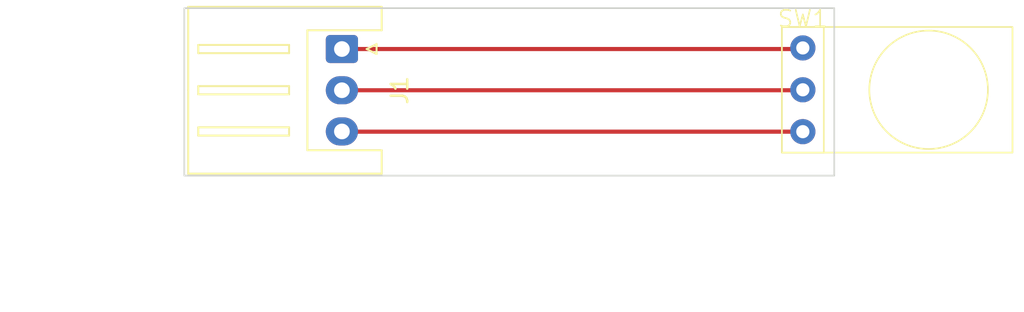
<source format=kicad_pcb>
(kicad_pcb (version 20221018) (generator pcbnew)
  (layers (0 "F.Cu" signal) (31 "B.Cu" signal) (34 "B.Paste" user) (35 "F.Paste" user) (36 "B.SilkS" user "B.Silkscreen") (37 "F.SilkS" user "F.Silkscreen") (38 "B.Mask" user) (39 "F.Mask" user) (44 "Edge.Cuts" user))
  (net 0 "")
  (net 1 "Net-(J1-Pin_1)")
  (net 2 "Net-(J1-Pin_2)")
  (net 3 "Net-(J1-Pin_3)")
  (footprint "ハンドル基板:TTP223" (layer "F.Cu") (at 60.325 46.863)
    (fp_text reference "SW1" (at 0 -0.5 unlocked) (layer "F.SilkS") (effects (font (thickness 0.1))))
    (fp_text value "~")
    (fp_rect (start -1.27 0) (end 1.27 7.62) (stroke (width 0.1)) (fill none) (layer "F.SilkS"))
    (fp_rect (start -1.27 0) (end 12.7 7.62) (stroke (width 0.1)) (fill none) (layer "F.SilkS"))
    (fp_circle (center 7.62 3.81) (end 10.16 6.35) (stroke (width 0.1)) (fill none) (layer "F.SilkS"))
    (pad "1" thru_hole circle (at 0 1.27) (size 1.524 1.524) (drill 0.8) (layers "*.Cu" "*.Mask") (net 1 "Net-(J1-Pin_1)"))
    (pad "2" thru_hole circle (at 0 3.81) (size 1.524 1.524) (drill 0.8) (layers "*.Cu" "*.Mask") (net 2 "Net-(J1-Pin_2)"))
    (pad "3" thru_hole circle (at 0 6.35) (size 1.524 1.524) (drill 0.8) (layers "*.Cu" "*.Mask") (net 3 "Net-(J1-Pin_3)"))
  )
  (footprint "Connector_JST:JST_XH_S3B-XH-A_1x03_P2.50mm_Horizontal" (layer "F.Cu") (at 32.406 48.2 -90)
    (fp_text reference "J1" (at 2.5 -3.5 90) (layer "F.SilkS"))
    (fp_text value "Conn_01x03")
    (fp_line (start -2.56 -2.41) (end -1.14 -2.41) (stroke (width 0.12)) (layer "F.SilkS"))
    (fp_line (start -2.56 9.31) (end -2.56 -2.41) (stroke (width 0.12)) (layer "F.SilkS"))
    (fp_line (start -1.14 -2.41) (end -1.14 2.09) (stroke (width 0.12)) (layer "F.SilkS"))
    (fp_line (start -1.14 2.09) (end 2.5 2.09) (stroke (width 0.12)) (layer "F.SilkS"))
    (fp_line (start -0.3 -2.1) (end 0.3 -2.1) (stroke (width 0.12)) (layer "F.SilkS"))
    (fp_line (start -0.25 3.2) (end -0.25 8.7) (stroke (width 0.12)) (layer "F.SilkS"))
    (fp_line (start -0.25 8.7) (end 0.25 8.7) (stroke (width 0.12)) (layer "F.SilkS"))
    (fp_line (start 0 -1.5) (end -0.3 -2.1) (stroke (width 0.12)) (layer "F.SilkS"))
    (fp_line (start 0.25 3.2) (end -0.25 3.2) (stroke (width 0.12)) (layer "F.SilkS"))
    (fp_line (start 0.25 8.7) (end 0.25 3.2) (stroke (width 0.12)) (layer "F.SilkS"))
    (fp_line (start 0.3 -2.1) (end 0 -1.5) (stroke (width 0.12)) (layer "F.SilkS"))
    (fp_line (start 2.25 3.2) (end 2.25 8.7) (stroke (width 0.12)) (layer "F.SilkS"))
    (fp_line (start 2.25 8.7) (end 2.75 8.7) (stroke (width 0.12)) (layer "F.SilkS"))
    (fp_line (start 2.5 9.31) (end -2.56 9.31) (stroke (width 0.12)) (layer "F.SilkS"))
    (fp_line (start 2.5 9.31) (end 7.56 9.31) (stroke (width 0.12)) (layer "F.SilkS"))
    (fp_line (start 2.75 3.2) (end 2.25 3.2) (stroke (width 0.12)) (layer "F.SilkS"))
    (fp_line (start 2.75 8.7) (end 2.75 3.2) (stroke (width 0.12)) (layer "F.SilkS"))
    (fp_line (start 4.75 3.2) (end 4.75 8.7) (stroke (width 0.12)) (layer "F.SilkS"))
    (fp_line (start 4.75 8.7) (end 5.25 8.7) (stroke (width 0.12)) (layer "F.SilkS"))
    (fp_line (start 5.25 3.2) (end 4.75 3.2) (stroke (width 0.12)) (layer "F.SilkS"))
    (fp_line (start 5.25 8.7) (end 5.25 3.2) (stroke (width 0.12)) (layer "F.SilkS"))
    (fp_line (start 6.14 -2.41) (end 6.14 2.09) (stroke (width 0.12)) (layer "F.SilkS"))
    (fp_line (start 6.14 2.09) (end 2.5 2.09) (stroke (width 0.12)) (layer "F.SilkS"))
    (fp_line (start 7.56 -2.41) (end 6.14 -2.41) (stroke (width 0.12)) (layer "F.SilkS"))
    (fp_line (start 7.56 9.31) (end 7.56 -2.41) (stroke (width 0.12)) (layer "F.SilkS"))
    (pad "1" thru_hole roundrect (at 0 0 270) (size 1.7 1.95) (drill 0.95) (layers "*.Cu" "*.Mask") (roundrect_rratio 0.1470588235) (net 1 "Net-(J1-Pin_1)"))
    (pad "2" thru_hole oval (at 2.5 0 270) (size 1.7 1.95) (drill 0.95) (layers "*.Cu" "*.Mask") (net 2 "Net-(J1-Pin_2)"))
    (pad "3" thru_hole oval (at 5 0 270) (size 1.7 1.95) (drill 0.95) (layers "*.Cu" "*.Mask") (net 3 "Net-(J1-Pin_3)"))
  )
  (gr_rect (start 22.86 45.72) (end 62.23 55.88) (stroke (width 0.1)) (fill none) (layer "Edge.Cuts"))
  (segment (start 60.258 48.2) (end 60.325 48.133) (width 0.25) (layer "F.Cu") (net 1))
  (segment (start 32.406 48.2) (end 60.258 48.2) (width 0.25) (layer "F.Cu") (net 1))
  (segment (start 32.406 50.7) (end 60.298 50.7) (width 0.25) (layer "F.Cu") (net 2))
  (segment (start 60.298 50.7) (end 60.325 50.673) (width 0.25) (layer "F.Cu") (net 2))
  (segment (start 32.419 53.213) (end 32.406 53.2) (width 0.25) (layer "F.Cu") (net 3))
  (segment (start 60.325 53.213) (end 32.419 53.213) (width 0.25) (layer "F.Cu") (net 3))
)
</source>
